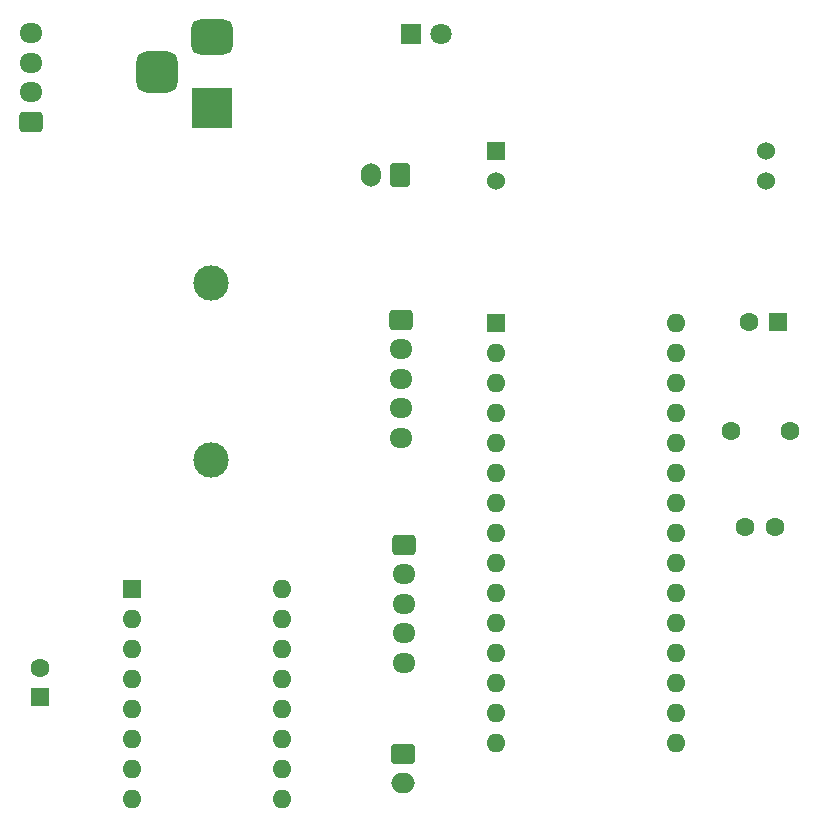
<source format=gbs>
%TF.GenerationSoftware,KiCad,Pcbnew,(6.0.9)*%
%TF.CreationDate,2024-07-14T14:50:05-07:00*%
%TF.ProjectId,RA_Controller,52415f43-6f6e-4747-926f-6c6c65722e6b,rev?*%
%TF.SameCoordinates,Original*%
%TF.FileFunction,Soldermask,Bot*%
%TF.FilePolarity,Negative*%
%FSLAX46Y46*%
G04 Gerber Fmt 4.6, Leading zero omitted, Abs format (unit mm)*
G04 Created by KiCad (PCBNEW (6.0.9)) date 2024-07-14 14:50:05*
%MOMM*%
%LPD*%
G01*
G04 APERTURE LIST*
G04 Aperture macros list*
%AMRoundRect*
0 Rectangle with rounded corners*
0 $1 Rounding radius*
0 $2 $3 $4 $5 $6 $7 $8 $9 X,Y pos of 4 corners*
0 Add a 4 corners polygon primitive as box body*
4,1,4,$2,$3,$4,$5,$6,$7,$8,$9,$2,$3,0*
0 Add four circle primitives for the rounded corners*
1,1,$1+$1,$2,$3*
1,1,$1+$1,$4,$5*
1,1,$1+$1,$6,$7*
1,1,$1+$1,$8,$9*
0 Add four rect primitives between the rounded corners*
20,1,$1+$1,$2,$3,$4,$5,0*
20,1,$1+$1,$4,$5,$6,$7,0*
20,1,$1+$1,$6,$7,$8,$9,0*
20,1,$1+$1,$8,$9,$2,$3,0*%
G04 Aperture macros list end*
%ADD10R,1.600000X1.600000*%
%ADD11C,1.600000*%
%ADD12O,1.600000X1.600000*%
%ADD13RoundRect,0.250000X-0.750000X0.600000X-0.750000X-0.600000X0.750000X-0.600000X0.750000X0.600000X0*%
%ADD14O,2.000000X1.700000*%
%ADD15C,3.000000*%
%ADD16RoundRect,0.250000X-0.725000X0.600000X-0.725000X-0.600000X0.725000X-0.600000X0.725000X0.600000X0*%
%ADD17O,1.950000X1.700000*%
%ADD18R,1.524000X1.524000*%
%ADD19C,1.524000*%
%ADD20RoundRect,0.250000X0.600000X0.750000X-0.600000X0.750000X-0.600000X-0.750000X0.600000X-0.750000X0*%
%ADD21O,1.700000X2.000000*%
%ADD22R,3.500000X3.500000*%
%ADD23RoundRect,0.750000X-1.000000X0.750000X-1.000000X-0.750000X1.000000X-0.750000X1.000000X0.750000X0*%
%ADD24RoundRect,0.875000X-0.875000X0.875000X-0.875000X-0.875000X0.875000X-0.875000X0.875000X0.875000X0*%
%ADD25RoundRect,0.250000X0.725000X-0.600000X0.725000X0.600000X-0.725000X0.600000X-0.725000X-0.600000X0*%
%ADD26R,1.800000X1.800000*%
%ADD27C,1.800000*%
G04 APERTURE END LIST*
D10*
%TO.C,C1*%
X118999000Y-107354380D03*
D11*
X118999000Y-104854380D03*
%TD*%
%TO.C,C3*%
X182499000Y-84836000D03*
X177499000Y-84836000D03*
%TD*%
D10*
%TO.C,A2*%
X126756000Y-98171000D03*
D12*
X126756000Y-100711000D03*
X126756000Y-103251000D03*
X126756000Y-105791000D03*
X126756000Y-108331000D03*
X126756000Y-110871000D03*
X126756000Y-113411000D03*
X126756000Y-115951000D03*
X139456000Y-115951000D03*
X139456000Y-113411000D03*
X139456000Y-110871000D03*
X139456000Y-108331000D03*
X139456000Y-105791000D03*
X139456000Y-103251000D03*
X139456000Y-100711000D03*
X139456000Y-98171000D03*
%TD*%
D13*
%TO.C,J3*%
X149733000Y-112141000D03*
D14*
X149733000Y-114641000D03*
%TD*%
D15*
%TO.C,F1*%
X133445000Y-72256000D03*
X133445000Y-87256000D03*
%TD*%
D10*
%TO.C,C2*%
X181483000Y-75565000D03*
D11*
X178983000Y-75565000D03*
%TD*%
D16*
%TO.C,J1*%
X149506000Y-75391000D03*
D17*
X149506000Y-77891000D03*
X149506000Y-80391000D03*
X149506000Y-82891000D03*
X149506000Y-85391000D03*
%TD*%
D10*
%TO.C,A1*%
X157617000Y-75692000D03*
D12*
X157617000Y-78232000D03*
X157617000Y-80772000D03*
X157617000Y-83312000D03*
X157617000Y-85852000D03*
X157617000Y-88392000D03*
X157617000Y-90932000D03*
X157617000Y-93472000D03*
X157617000Y-96012000D03*
X157617000Y-98552000D03*
X157617000Y-101092000D03*
X157617000Y-103632000D03*
X157617000Y-106172000D03*
X157617000Y-108712000D03*
X157617000Y-111252000D03*
X172857000Y-111252000D03*
X172857000Y-108712000D03*
X172857000Y-106172000D03*
X172857000Y-103632000D03*
X172857000Y-101092000D03*
X172857000Y-98552000D03*
X172857000Y-96012000D03*
X172857000Y-93472000D03*
X172857000Y-90932000D03*
X172857000Y-88392000D03*
X172857000Y-85852000D03*
X172857000Y-83312000D03*
X172857000Y-80772000D03*
X172857000Y-78232000D03*
X172857000Y-75692000D03*
%TD*%
D11*
%TO.C,C4*%
X181209000Y-92964000D03*
X178709000Y-92964000D03*
%TD*%
D18*
%TO.C,U1*%
X157607000Y-61087000D03*
D19*
X157607000Y-63627000D03*
X180467000Y-61087000D03*
X180467000Y-63627000D03*
%TD*%
D20*
%TO.C,J6*%
X149479000Y-63119000D03*
D21*
X146979000Y-63119000D03*
%TD*%
D22*
%TO.C,J5*%
X133545500Y-57435000D03*
D23*
X133545500Y-51435000D03*
D24*
X128845500Y-54435000D03*
%TD*%
D16*
%TO.C,J2*%
X149760000Y-94441000D03*
D17*
X149760000Y-96941000D03*
X149760000Y-99441000D03*
X149760000Y-101941000D03*
X149760000Y-104441000D03*
%TD*%
D25*
%TO.C,J4*%
X118220000Y-58614000D03*
D17*
X118220000Y-56114000D03*
X118220000Y-53614000D03*
X118220000Y-51114000D03*
%TD*%
D26*
%TO.C,D1*%
X150363000Y-51181000D03*
D27*
X152903000Y-51181000D03*
%TD*%
M02*

</source>
